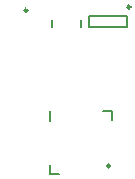
<source format=gto>
G04*
G04 #@! TF.GenerationSoftware,Altium Limited,Altium Designer,21.7.2 (23)*
G04*
G04 Layer_Color=65535*
%FSLAX25Y25*%
%MOIN*%
G70*
G04*
G04 #@! TF.SameCoordinates,2BEB94BA-C242-4871-AFB5-1AACED26611A*
G04*
G04*
G04 #@! TF.FilePolarity,Positive*
G04*
G01*
G75*
%ADD10C,0.00394*%
%ADD11C,0.00984*%
%ADD12C,0.00787*%
D10*
X219401Y230070D02*
G03*
X219401Y230070I-197J0D01*
G01*
D11*
X226870Y255906D02*
G03*
X226870Y255906I-492J0D01*
G01*
X261221Y256988D02*
G03*
X261221Y256988I-492J0D01*
G01*
X254429Y204035D02*
G03*
X254429Y204035I-492J0D01*
G01*
D12*
X234941Y250197D02*
Y252559D01*
X244587Y250197D02*
Y252559D01*
X247441Y253839D02*
X260039Y253839D01*
X247441Y250295D02*
X260039Y250295D01*
Y253839D01*
X247441Y250295D02*
Y253839D01*
X234350Y219094D02*
Y222244D01*
Y201476D02*
X237500D01*
X234350D02*
Y204429D01*
X255217Y219390D02*
Y222342D01*
X252067D02*
X255217D01*
M02*

</source>
